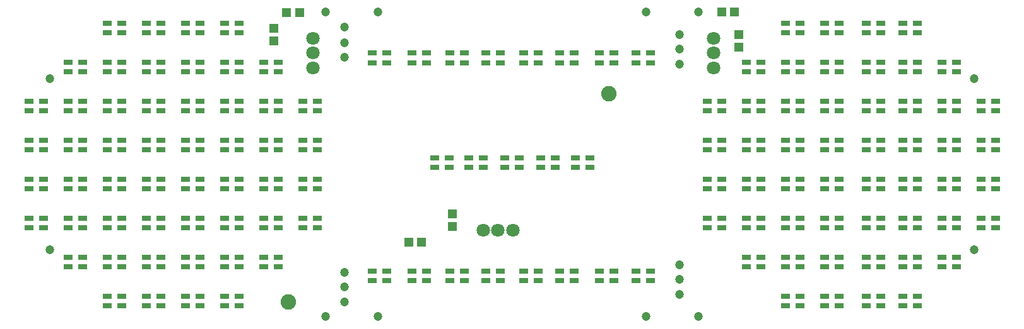
<source format=gbr>
G04 EAGLE Gerber RS-274X export*
G75*
%MOMM*%
%FSLAX34Y34*%
%LPD*%
%INSoldermask Top*%
%IPPOS*%
%AMOC8*
5,1,8,0,0,1.08239X$1,22.5*%
G01*
%ADD10C,1.203200*%
%ADD11C,1.803200*%
%ADD12R,1.203200X0.803200*%
%ADD13C,2.082800*%
%ADD14R,1.303200X1.203200*%
%ADD15R,1.203200X1.303200*%


D10*
X30000Y340000D03*
X30000Y110000D03*
X400000Y430000D03*
X400000Y20000D03*
X470000Y430000D03*
X470000Y20000D03*
X830000Y20000D03*
X830000Y430000D03*
X900000Y430000D03*
X900000Y20000D03*
X1270000Y110000D03*
X1270000Y340000D03*
X425000Y410000D03*
X425000Y389000D03*
X425000Y369000D03*
X425000Y60000D03*
X425000Y40000D03*
X875000Y400000D03*
X875000Y380000D03*
X875000Y360000D03*
X875000Y50000D03*
X875000Y70000D03*
X875000Y90000D03*
X425000Y80000D03*
D11*
X382400Y394700D03*
X382400Y374700D03*
X382400Y354700D03*
D12*
X264000Y415250D03*
X264000Y402250D03*
X283500Y402250D03*
X283500Y415250D03*
X54000Y362750D03*
X54000Y349750D03*
X73500Y349750D03*
X73500Y362750D03*
X211500Y415250D03*
X211500Y402250D03*
X231000Y402250D03*
X231000Y415250D03*
X159000Y415250D03*
X159000Y402250D03*
X178500Y402250D03*
X178500Y415250D03*
X106500Y415250D03*
X106500Y402250D03*
X126000Y402250D03*
X126000Y415250D03*
X316500Y362750D03*
X316500Y349750D03*
X336000Y349750D03*
X336000Y362750D03*
X264000Y362750D03*
X264000Y349750D03*
X283500Y349750D03*
X283500Y362750D03*
X211500Y362750D03*
X211500Y349750D03*
X231000Y349750D03*
X231000Y362750D03*
X159000Y362750D03*
X159000Y349750D03*
X178500Y349750D03*
X178500Y362750D03*
X106500Y362750D03*
X106500Y349750D03*
X126000Y349750D03*
X126000Y362750D03*
X369000Y310250D03*
X369000Y297250D03*
X388500Y297250D03*
X388500Y310250D03*
X316500Y310250D03*
X316500Y297250D03*
X336000Y297250D03*
X336000Y310250D03*
X264000Y310250D03*
X264000Y297250D03*
X283500Y297250D03*
X283500Y310250D03*
X211500Y310250D03*
X211500Y297250D03*
X231000Y297250D03*
X231000Y310250D03*
X159000Y310250D03*
X159000Y297250D03*
X178500Y297250D03*
X178500Y310250D03*
X106500Y310250D03*
X106500Y297250D03*
X126000Y297250D03*
X126000Y310250D03*
X54000Y310250D03*
X54000Y297250D03*
X73500Y297250D03*
X73500Y310250D03*
X1500Y310250D03*
X1500Y297250D03*
X21000Y297250D03*
X21000Y310250D03*
X369000Y257750D03*
X369000Y244750D03*
X388500Y244750D03*
X388500Y257750D03*
X316500Y257750D03*
X316500Y244750D03*
X336000Y244750D03*
X336000Y257750D03*
X264000Y257750D03*
X264000Y244750D03*
X283500Y244750D03*
X283500Y257750D03*
X211500Y257750D03*
X211500Y244750D03*
X231000Y244750D03*
X231000Y257750D03*
X159000Y257750D03*
X159000Y244750D03*
X178500Y244750D03*
X178500Y257750D03*
X106500Y257750D03*
X106500Y244750D03*
X126000Y244750D03*
X126000Y257750D03*
X54000Y257750D03*
X54000Y244750D03*
X73500Y244750D03*
X73500Y257750D03*
X1500Y257750D03*
X1500Y244750D03*
X21000Y244750D03*
X21000Y257750D03*
X369000Y205250D03*
X369000Y192250D03*
X388500Y192250D03*
X388500Y205250D03*
X316500Y205250D03*
X316500Y192250D03*
X336000Y192250D03*
X336000Y205250D03*
X264000Y205250D03*
X264000Y192250D03*
X283500Y192250D03*
X283500Y205250D03*
X211500Y205250D03*
X211500Y192250D03*
X231000Y192250D03*
X231000Y205250D03*
X159000Y205250D03*
X159000Y192250D03*
X178500Y192250D03*
X178500Y205250D03*
X106500Y205250D03*
X106500Y192250D03*
X126000Y192250D03*
X126000Y205250D03*
X54000Y205250D03*
X54000Y192250D03*
X73500Y192250D03*
X73500Y205250D03*
X1500Y205250D03*
X1500Y192250D03*
X21000Y192250D03*
X21000Y205250D03*
X369000Y152750D03*
X369000Y139750D03*
X388500Y139750D03*
X388500Y152750D03*
X316500Y152750D03*
X316500Y139750D03*
X336000Y139750D03*
X336000Y152750D03*
X264000Y152750D03*
X264000Y139750D03*
X283500Y139750D03*
X283500Y152750D03*
X211500Y152750D03*
X211500Y139750D03*
X231000Y139750D03*
X231000Y152750D03*
X159000Y152750D03*
X159000Y139750D03*
X178500Y139750D03*
X178500Y152750D03*
X106500Y152750D03*
X106500Y139750D03*
X126000Y139750D03*
X126000Y152750D03*
X54000Y152750D03*
X54000Y139750D03*
X73500Y139750D03*
X73500Y152750D03*
X1500Y152750D03*
X1500Y139750D03*
X21000Y139750D03*
X21000Y152750D03*
X316500Y100250D03*
X316500Y87250D03*
X336000Y87250D03*
X336000Y100250D03*
X264000Y100250D03*
X264000Y87250D03*
X283500Y87250D03*
X283500Y100250D03*
X211500Y100250D03*
X211500Y87250D03*
X231000Y87250D03*
X231000Y100250D03*
X159000Y100250D03*
X159000Y87250D03*
X178500Y87250D03*
X178500Y100250D03*
X106500Y100250D03*
X106500Y87250D03*
X126000Y87250D03*
X126000Y100250D03*
X54000Y100250D03*
X54000Y87250D03*
X73500Y87250D03*
X73500Y100250D03*
X264000Y47750D03*
X264000Y34750D03*
X283500Y34750D03*
X283500Y47750D03*
X211500Y47750D03*
X211500Y34750D03*
X231000Y34750D03*
X231000Y47750D03*
X159000Y47750D03*
X159000Y34750D03*
X178500Y34750D03*
X178500Y47750D03*
X106500Y47750D03*
X106500Y34750D03*
X126000Y34750D03*
X126000Y47750D03*
X481720Y68688D03*
X481720Y81688D03*
X462220Y81688D03*
X462220Y68688D03*
X535060Y68688D03*
X535060Y81688D03*
X515560Y81688D03*
X515560Y68688D03*
X585860Y68688D03*
X585860Y81688D03*
X566360Y81688D03*
X566360Y68688D03*
X634120Y68688D03*
X634120Y81688D03*
X614620Y81688D03*
X614620Y68688D03*
X684920Y68688D03*
X684920Y81688D03*
X665420Y81688D03*
X665420Y68688D03*
X733180Y68688D03*
X733180Y81688D03*
X713680Y81688D03*
X713680Y68688D03*
X786520Y68688D03*
X786520Y81688D03*
X767020Y81688D03*
X767020Y68688D03*
X836050Y68688D03*
X836050Y81688D03*
X816550Y81688D03*
X816550Y68688D03*
X546040Y233750D03*
X546040Y220750D03*
X565540Y220750D03*
X565540Y233750D03*
X591760Y233750D03*
X591760Y220750D03*
X611260Y220750D03*
X611260Y233750D03*
X640020Y233750D03*
X640020Y220750D03*
X659520Y220750D03*
X659520Y233750D03*
X688280Y233750D03*
X688280Y220750D03*
X707780Y220750D03*
X707780Y233750D03*
X735270Y233750D03*
X735270Y220750D03*
X754770Y220750D03*
X754770Y233750D03*
X481720Y361750D03*
X481720Y374750D03*
X462220Y374750D03*
X462220Y361750D03*
X535060Y361750D03*
X535060Y374750D03*
X515560Y374750D03*
X515560Y361750D03*
X585860Y361750D03*
X585860Y374750D03*
X566360Y374750D03*
X566360Y361750D03*
X634120Y361750D03*
X634120Y374750D03*
X614620Y374750D03*
X614620Y361750D03*
X684920Y361750D03*
X684920Y374750D03*
X665420Y374750D03*
X665420Y361750D03*
X733180Y361750D03*
X733180Y374750D03*
X713680Y374750D03*
X713680Y361750D03*
X786520Y361750D03*
X786520Y374750D03*
X767020Y374750D03*
X767020Y361750D03*
X836050Y361750D03*
X836050Y374750D03*
X816550Y374750D03*
X816550Y361750D03*
X1036000Y402250D03*
X1036000Y415250D03*
X1016500Y415250D03*
X1016500Y402250D03*
X1088500Y402250D03*
X1088500Y415250D03*
X1069000Y415250D03*
X1069000Y402250D03*
X1144550Y402250D03*
X1144550Y415250D03*
X1125050Y415250D03*
X1125050Y402250D03*
X1193500Y402250D03*
X1193500Y415250D03*
X1174000Y415250D03*
X1174000Y402250D03*
X983500Y349750D03*
X983500Y362750D03*
X964000Y362750D03*
X964000Y349750D03*
X1036000Y349750D03*
X1036000Y362750D03*
X1016500Y362750D03*
X1016500Y349750D03*
X1088500Y349750D03*
X1088500Y362750D03*
X1069000Y362750D03*
X1069000Y349750D03*
X1144550Y349750D03*
X1144550Y362750D03*
X1125050Y362750D03*
X1125050Y349750D03*
X1193500Y349750D03*
X1193500Y362750D03*
X1174000Y362750D03*
X1174000Y349750D03*
X1246000Y349750D03*
X1246000Y362750D03*
X1226500Y362750D03*
X1226500Y349750D03*
X931000Y297250D03*
X931000Y310250D03*
X911500Y310250D03*
X911500Y297250D03*
X983500Y297250D03*
X983500Y310250D03*
X964000Y310250D03*
X964000Y297250D03*
X1036000Y297250D03*
X1036000Y310250D03*
X1016500Y310250D03*
X1016500Y297250D03*
X1088500Y297250D03*
X1088500Y310250D03*
X1069000Y310250D03*
X1069000Y297250D03*
X1144550Y297250D03*
X1144550Y310250D03*
X1125050Y310250D03*
X1125050Y297250D03*
X1193500Y297250D03*
X1193500Y310250D03*
X1174000Y310250D03*
X1174000Y297250D03*
X1246000Y297250D03*
X1246000Y310250D03*
X1226500Y310250D03*
X1226500Y297250D03*
X1298500Y297250D03*
X1298500Y310250D03*
X1279000Y310250D03*
X1279000Y297250D03*
X931000Y244750D03*
X931000Y257750D03*
X911500Y257750D03*
X911500Y244750D03*
X983500Y244750D03*
X983500Y257750D03*
X964000Y257750D03*
X964000Y244750D03*
X1036000Y244750D03*
X1036000Y257750D03*
X1016500Y257750D03*
X1016500Y244750D03*
X1088500Y244750D03*
X1088500Y257750D03*
X1069000Y257750D03*
X1069000Y244750D03*
X1144550Y244750D03*
X1144550Y257750D03*
X1125050Y257750D03*
X1125050Y244750D03*
X1193500Y244750D03*
X1193500Y257750D03*
X1174000Y257750D03*
X1174000Y244750D03*
X1246000Y244750D03*
X1246000Y257750D03*
X1226500Y257750D03*
X1226500Y244750D03*
X1298500Y244750D03*
X1298500Y257750D03*
X1279000Y257750D03*
X1279000Y244750D03*
X931000Y192250D03*
X931000Y205250D03*
X911500Y205250D03*
X911500Y192250D03*
X983500Y192250D03*
X983500Y205250D03*
X964000Y205250D03*
X964000Y192250D03*
X1036000Y192250D03*
X1036000Y205250D03*
X1016500Y205250D03*
X1016500Y192250D03*
X1088500Y192250D03*
X1088500Y205250D03*
X1069000Y205250D03*
X1069000Y192250D03*
X1144550Y192250D03*
X1144550Y205250D03*
X1125050Y205250D03*
X1125050Y192250D03*
X1193500Y192250D03*
X1193500Y205250D03*
X1174000Y205250D03*
X1174000Y192250D03*
X1246000Y192250D03*
X1246000Y205250D03*
X1226500Y205250D03*
X1226500Y192250D03*
X1298500Y192250D03*
X1298500Y205250D03*
X1279000Y205250D03*
X1279000Y192250D03*
X931000Y139750D03*
X931000Y152750D03*
X911500Y152750D03*
X911500Y139750D03*
X983500Y139750D03*
X983500Y152750D03*
X964000Y152750D03*
X964000Y139750D03*
X1036000Y139750D03*
X1036000Y152750D03*
X1016500Y152750D03*
X1016500Y139750D03*
X1088500Y139750D03*
X1088500Y152750D03*
X1069000Y152750D03*
X1069000Y139750D03*
X1144550Y139750D03*
X1144550Y152750D03*
X1125050Y152750D03*
X1125050Y139750D03*
X1193500Y139750D03*
X1193500Y152750D03*
X1174000Y152750D03*
X1174000Y139750D03*
X1246000Y139750D03*
X1246000Y152750D03*
X1226500Y152750D03*
X1226500Y139750D03*
X1298500Y139750D03*
X1298500Y152750D03*
X1279000Y152750D03*
X1279000Y139750D03*
X983500Y87250D03*
X983500Y100250D03*
X964000Y100250D03*
X964000Y87250D03*
X1036000Y87250D03*
X1036000Y100250D03*
X1016500Y100250D03*
X1016500Y87250D03*
X1088500Y87250D03*
X1088500Y100250D03*
X1069000Y100250D03*
X1069000Y87250D03*
X1144550Y87250D03*
X1144550Y100250D03*
X1125050Y100250D03*
X1125050Y87250D03*
X1193500Y87250D03*
X1193500Y100250D03*
X1174000Y100250D03*
X1174000Y87250D03*
X1246000Y87250D03*
X1246000Y100250D03*
X1226500Y100250D03*
X1226500Y87250D03*
X1036000Y34750D03*
X1036000Y47750D03*
X1016500Y47750D03*
X1016500Y34750D03*
X1088500Y34750D03*
X1088500Y47750D03*
X1069000Y47750D03*
X1069000Y34750D03*
X1144550Y34750D03*
X1144550Y47750D03*
X1125050Y47750D03*
X1125050Y34750D03*
X1193500Y34750D03*
X1193500Y47750D03*
X1174000Y47750D03*
X1174000Y34750D03*
D11*
X611000Y136500D03*
X631000Y136500D03*
X651000Y136500D03*
X920500Y355000D03*
X920500Y375000D03*
X920500Y395000D03*
D13*
X350000Y40000D03*
X780000Y320000D03*
D14*
X364500Y429000D03*
X347500Y429000D03*
X511500Y120000D03*
X528500Y120000D03*
X948500Y430000D03*
X931500Y430000D03*
D15*
X330000Y391500D03*
X330000Y408500D03*
X570000Y141500D03*
X570000Y158500D03*
X954000Y382500D03*
X954000Y399500D03*
M02*

</source>
